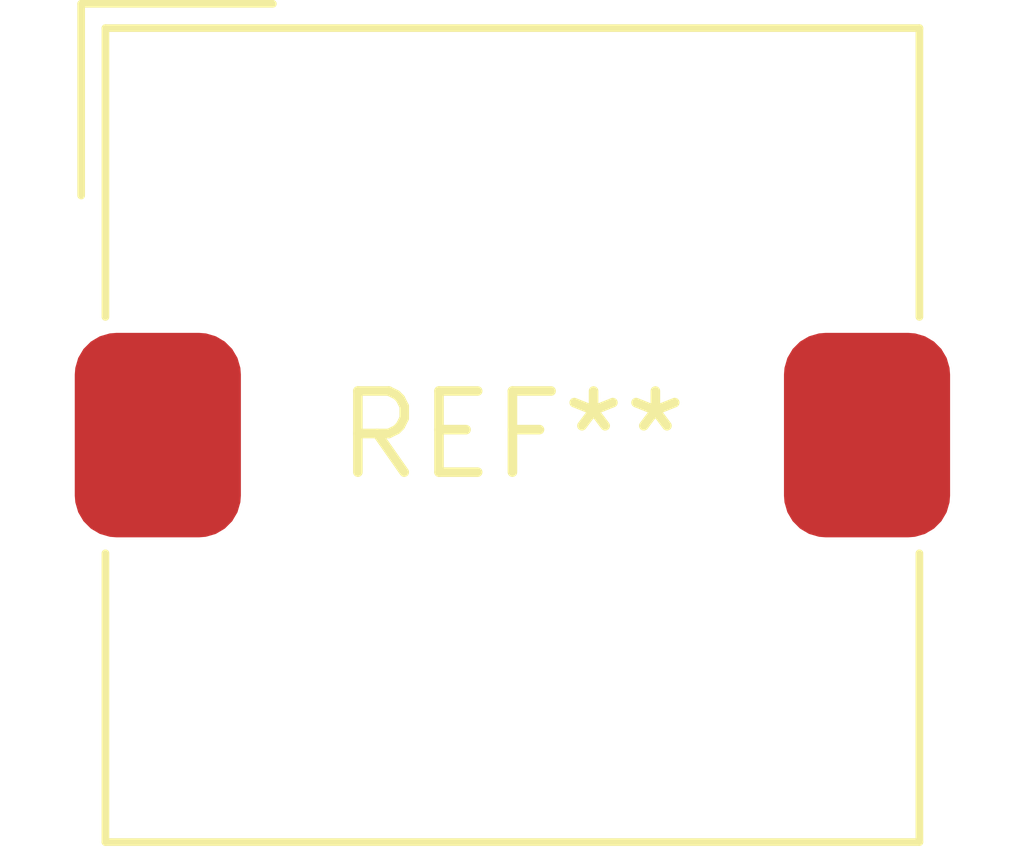
<source format=kicad_pcb>
(kicad_pcb (version 20240108) (generator pcbnew)
  (layers (0 "F.Cu" signal) (31 "B.Cu" signal) (34 "B.Paste" user) (35 "F.Paste" user) (36 "B.SilkS" user "B.Silkscreen") (37 "F.SilkS" user "F.Silkscreen") (38 "B.Mask" user) (39 "F.Mask" user) (44 "Edge.Cuts" user))
  (net 0 "")
  (footprint "L_TDK_SLF12565" (layer "F.Cu") (at 0 0)
    (property "Reference" "REF**")
    (property "Value" "L_TDK_SLF12565")
    (fp_line (start -6.75 -6.75) (end -3.75 -6.75) (layer "F.SilkS") (stroke (width 0.12)))
    (fp_line (start -6.75 -3.75) (end -6.75 -6.75) (layer "F.SilkS") (stroke (width 0.12)))
    (fp_line (start -6.37 -6.37) (end -6.37 -1.85) (layer "F.SilkS") (stroke (width 0.12)))
    (fp_line (start -6.37 -6.37) (end 6.37 -6.37) (layer "F.SilkS") (stroke (width 0.12)))
    (fp_line (start -6.37 1.85) (end -6.37 6.37) (layer "F.SilkS") (stroke (width 0.12)))
    (fp_line (start -6.37 6.37) (end 6.37 6.37) (layer "F.SilkS") (stroke (width 0.12)))
    (fp_line (start 6.37 -6.37) (end 6.37 -1.85) (layer "F.SilkS") (stroke (width 0.12)))
    (fp_line (start 6.37 1.85) (end 6.37 6.37) (layer "F.SilkS") (stroke (width 0.12)))
    (pad "1" smd roundrect (at -5.55 0) (size 2.6 3.2) (layers "F.Cu" "F.Paste" "F.Mask"))
    (pad "2" smd roundrect (at 5.55 0) (size 2.6 3.2) (layers "F.Cu" "F.Paste" "F.Mask"))
  )
)
</source>
